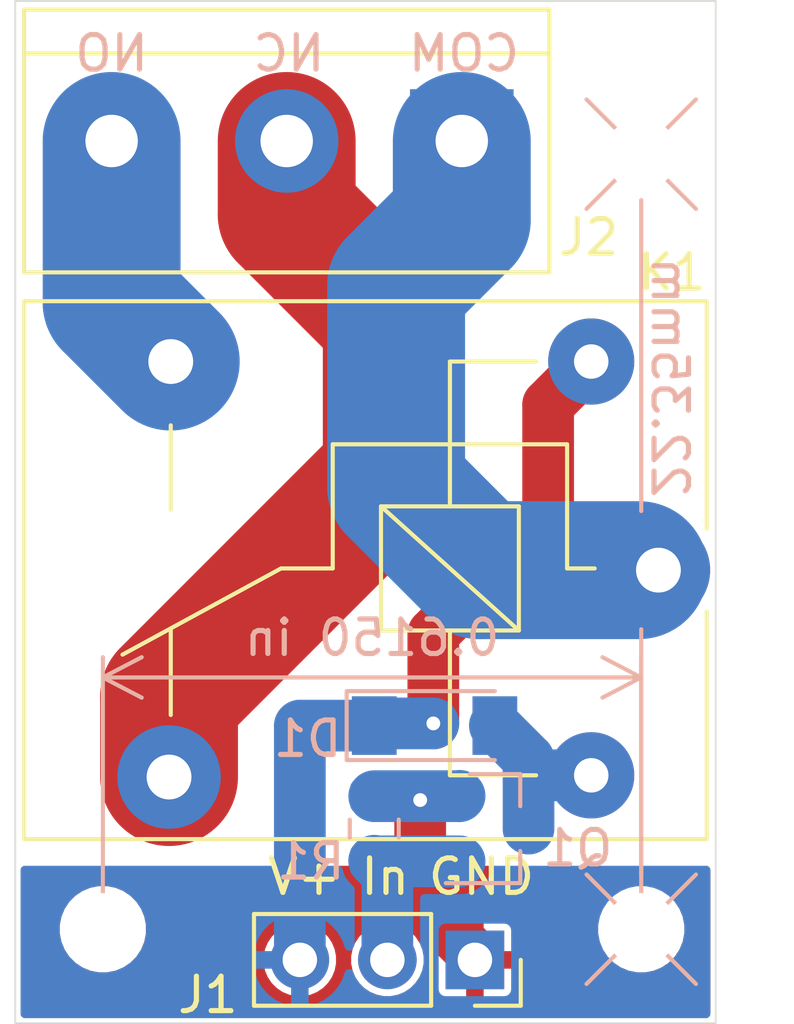
<source format=kicad_pcb>
(kicad_pcb (version 20171130) (host pcbnew 5.1.5-52549c5~86~ubuntu19.10.1)

  (general
    (thickness 1.6)
    (drawings 22)
    (tracks 37)
    (zones 0)
    (modules 9)
    (nets 8)
  )

  (page A4)
  (layers
    (0 F.Cu signal hide)
    (31 B.Cu signal)
    (32 B.Adhes user hide)
    (33 F.Adhes user hide)
    (34 B.Paste user hide)
    (35 F.Paste user)
    (36 B.SilkS user)
    (37 F.SilkS user hide)
    (38 B.Mask user hide)
    (39 F.Mask user)
    (40 Dwgs.User user hide)
    (41 Cmts.User user hide)
    (42 Eco1.User user hide)
    (43 Eco2.User user hide)
    (44 Edge.Cuts user)
    (45 Margin user hide)
    (46 B.CrtYd user hide)
    (47 F.CrtYd user)
    (48 B.Fab user hide)
    (49 F.Fab user hide)
  )

  (setup
    (last_trace_width 1.5)
    (user_trace_width 0.5)
    (user_trace_width 1)
    (user_trace_width 1.5)
    (user_trace_width 2)
    (user_trace_width 2.5)
    (user_trace_width 3)
    (user_trace_width 4)
    (user_trace_width 5)
    (trace_clearance 0.2)
    (zone_clearance 0.127)
    (zone_45_only no)
    (trace_min 0.2)
    (via_size 0.8)
    (via_drill 0.4)
    (via_min_size 0.4)
    (via_min_drill 0.3)
    (uvia_size 0.3)
    (uvia_drill 0.1)
    (uvias_allowed no)
    (uvia_min_size 0.2)
    (uvia_min_drill 0.1)
    (edge_width 0.05)
    (segment_width 0.2)
    (pcb_text_width 0.3)
    (pcb_text_size 1.5 1.5)
    (mod_edge_width 0.12)
    (mod_text_size 1 1)
    (mod_text_width 0.15)
    (pad_size 1.524 1.524)
    (pad_drill 0.762)
    (pad_to_mask_clearance 0.051)
    (solder_mask_min_width 0.25)
    (aux_axis_origin 0 0)
    (visible_elements FFFFFF7F)
    (pcbplotparams
      (layerselection 0x010fc_ffffffff)
      (usegerberextensions false)
      (usegerberattributes false)
      (usegerberadvancedattributes false)
      (creategerberjobfile false)
      (excludeedgelayer true)
      (linewidth 0.100000)
      (plotframeref false)
      (viasonmask false)
      (mode 1)
      (useauxorigin false)
      (hpglpennumber 1)
      (hpglpenspeed 20)
      (hpglpendiameter 15.000000)
      (psnegative false)
      (psa4output false)
      (plotreference true)
      (plotvalue true)
      (plotinvisibletext false)
      (padsonsilk false)
      (subtractmaskfromsilk false)
      (outputformat 1)
      (mirror false)
      (drillshape 0)
      (scaleselection 1)
      (outputdirectory "/home/bruce/Documents/stack/projecten/Universal-Relay-Board/Universal-Relay-Board/gerber/single/"))
  )

  (net 0 "")
  (net 1 VDD)
  (net 2 GND)
  (net 3 "Net-(J1-Pad2)")
  (net 4 /CH1/Relay_Magnet_B)
  (net 5 /CH1/COM)
  (net 6 /CH1/NO)
  (net 7 /CH1/NC)

  (net_class Default "This is the default net class."
    (clearance 0.2)
    (trace_width 0.25)
    (via_dia 0.8)
    (via_drill 0.4)
    (uvia_dia 0.3)
    (uvia_drill 0.1)
    (add_net /CH1/COM)
    (add_net /CH1/NC)
    (add_net /CH1/NO)
    (add_net /CH1/Relay_Magnet_B)
    (add_net GND)
    (add_net "Net-(J1-Pad2)")
    (add_net VDD)
  )

  (module Resistor_SMD:R_0805_2012Metric (layer B.Cu) (tedit 5B36C52B) (tstamp 5E8F113A)
    (at 74.4855 89.916 90)
    (descr "Resistor SMD 0805 (2012 Metric), square (rectangular) end terminal, IPC_7351 nominal, (Body size source: https://docs.google.com/spreadsheets/d/1BsfQQcO9C6DZCsRaXUlFlo91Tg2WpOkGARC1WS5S8t0/edit?usp=sharing), generated with kicad-footprint-generator")
    (tags resistor)
    (path /5E8FEA39/5E94835D)
    (attr smd)
    (fp_text reference R1 (at -0.9525 -1.8415) (layer B.SilkS)
      (effects (font (size 1 1) (thickness 0.15)) (justify mirror))
    )
    (fp_text value 10K (at 0 -1.65 -90) (layer B.Fab)
      (effects (font (size 1 1) (thickness 0.15)) (justify mirror))
    )
    (fp_text user %R (at 0 0 -90) (layer B.Fab)
      (effects (font (size 0.5 0.5) (thickness 0.08)) (justify mirror))
    )
    (fp_line (start 1.68 -0.95) (end -1.68 -0.95) (layer B.CrtYd) (width 0.05))
    (fp_line (start 1.68 0.95) (end 1.68 -0.95) (layer B.CrtYd) (width 0.05))
    (fp_line (start -1.68 0.95) (end 1.68 0.95) (layer B.CrtYd) (width 0.05))
    (fp_line (start -1.68 -0.95) (end -1.68 0.95) (layer B.CrtYd) (width 0.05))
    (fp_line (start -0.258578 -0.71) (end 0.258578 -0.71) (layer B.SilkS) (width 0.12))
    (fp_line (start -0.258578 0.71) (end 0.258578 0.71) (layer B.SilkS) (width 0.12))
    (fp_line (start 1 -0.6) (end -1 -0.6) (layer B.Fab) (width 0.1))
    (fp_line (start 1 0.6) (end 1 -0.6) (layer B.Fab) (width 0.1))
    (fp_line (start -1 0.6) (end 1 0.6) (layer B.Fab) (width 0.1))
    (fp_line (start -1 -0.6) (end -1 0.6) (layer B.Fab) (width 0.1))
    (pad 2 smd roundrect (at 0.9375 0 90) (size 0.975 1.4) (layers B.Cu B.Paste B.Mask) (roundrect_rratio 0.25)
      (net 2 GND))
    (pad 1 smd roundrect (at -0.9375 0 90) (size 0.975 1.4) (layers B.Cu B.Paste B.Mask) (roundrect_rratio 0.25)
      (net 3 "Net-(J1-Pad2)"))
    (model ${KISYS3DMOD}/Resistor_SMD.3dshapes/R_0805_2012Metric.wrl
      (at (xyz 0 0 0))
      (scale (xyz 1 1 1))
      (rotate (xyz 0 0 0))
    )
  )

  (module MountingHole:MountingHole_2.1mm (layer F.Cu) (tedit 5B924765) (tstamp 5E8E50D1)
    (at 66.6115 92.837)
    (descr "Mounting Hole 2.1mm, no annular")
    (tags "mounting hole 2.1mm no annular")
    (path /5E8FEA39/5E8FFE91)
    (attr virtual)
    (fp_text reference H1 (at 0 -3.2) (layer F.SilkS) hide
      (effects (font (size 1 1) (thickness 0.15)))
    )
    (fp_text value MountingHole (at 0 3.2) (layer F.Fab)
      (effects (font (size 1 1) (thickness 0.15)))
    )
    (fp_text user %R (at 0.127 0.254) (layer F.Fab)
      (effects (font (size 1 1) (thickness 0.15)))
    )
    (fp_circle (center 0 0) (end 2.1 0) (layer Cmts.User) (width 0.15))
    (fp_circle (center 0 0) (end 2.35 0) (layer F.CrtYd) (width 0.05))
    (pad "" np_thru_hole circle (at 0 0) (size 2.1 2.1) (drill 2.1) (layers *.Cu *.Mask))
  )

  (module Universal-Relay-Board:Relay_SPDT_SANYOU_SRD_Series_Form_C (layer F.Cu) (tedit 5E8E05DD) (tstamp 5E8F1761)
    (at 82.7315 82.423 180)
    (descr "relay Sanyou SRD series Form C http://www.sanyourelay.ca/public/products/pdf/SRD.pdf")
    (tags "relay Sanyu SRD form C")
    (path /5E8FEA39/5E8FFE49)
    (fp_text reference K1 (at -0.39 8.636) (layer F.SilkS)
      (effects (font (size 1 1) (thickness 0.15)))
    )
    (fp_text value SRD-XXVDC-SL-C (at 8 -9.6) (layer F.Fab)
      (effects (font (size 1 1) (thickness 0.15)))
    )
    (fp_line (start 8.05 1.85) (end 4.05 1.85) (layer F.SilkS) (width 0.12))
    (fp_line (start 8.05 -1.75) (end 8.05 1.85) (layer F.SilkS) (width 0.12))
    (fp_line (start 4.05 -1.75) (end 8.05 -1.75) (layer F.SilkS) (width 0.12))
    (fp_line (start 4.05 1.85) (end 4.05 -1.75) (layer F.SilkS) (width 0.12))
    (fp_line (start 8.05 1.85) (end 4.05 -1.75) (layer F.SilkS) (width 0.12))
    (fp_line (start 6.05 1.85) (end 6.05 6.05) (layer F.SilkS) (width 0.12))
    (fp_line (start 6.05 -5.95) (end 6.05 -1.75) (layer F.SilkS) (width 0.12))
    (fp_line (start 2.65 0.05) (end 2.65 3.65) (layer F.SilkS) (width 0.12))
    (fp_line (start 9.45 0.05) (end 9.45 3.65) (layer F.SilkS) (width 0.12))
    (fp_line (start 9.45 3.65) (end 2.65 3.65) (layer F.SilkS) (width 0.12))
    (fp_line (start 10.95 0.05) (end 15.55 -2.45) (layer F.SilkS) (width 0.12))
    (fp_line (start 9.45 0.05) (end 10.95 0.05) (layer F.SilkS) (width 0.12))
    (fp_line (start 6.05 -5.95) (end 3.55 -5.95) (layer F.SilkS) (width 0.12))
    (fp_line (start 2.65 0.05) (end 1.85 0.05) (layer F.SilkS) (width 0.12))
    (fp_line (start 3.55 6.05) (end 6.05 6.05) (layer F.SilkS) (width 0.12))
    (fp_line (start 14.15 -4.2) (end 14.15 -1.7) (layer F.SilkS) (width 0.12))
    (fp_line (start 14.15 4.2) (end 14.15 1.75) (layer F.SilkS) (width 0.12))
    (fp_line (start -1.55 7.95) (end 18.55 7.95) (layer F.CrtYd) (width 0.05))
    (fp_line (start 18.55 -7.95) (end 18.55 7.95) (layer F.CrtYd) (width 0.05))
    (fp_line (start -1.55 7.95) (end -1.55 -7.95) (layer F.CrtYd) (width 0.05))
    (fp_line (start 18.55 -7.95) (end -1.55 -7.95) (layer F.CrtYd) (width 0.05))
    (fp_text user %R (at 7.1 0.025) (layer F.Fab)
      (effects (font (size 1 1) (thickness 0.15)))
    )
    (fp_line (start -1.3 7.7) (end -1.3 -7.7) (layer F.Fab) (width 0.12))
    (fp_line (start 18.3 7.7) (end -1.3 7.7) (layer F.Fab) (width 0.12))
    (fp_line (start 18.3 -7.7) (end 18.3 7.7) (layer F.Fab) (width 0.12))
    (fp_line (start -1.3 -7.7) (end 18.3 -7.7) (layer F.Fab) (width 0.12))
    (fp_text user 1 (at 0 -2.3) (layer F.Fab)
      (effects (font (size 1 1) (thickness 0.15)))
    )
    (fp_line (start 18.4 7.8) (end -1.4 7.8) (layer F.SilkS) (width 0.12))
    (fp_line (start 18.4 -7.8) (end 18.4 7.8) (layer F.SilkS) (width 0.12))
    (fp_line (start -1.4 -7.8) (end 18.4 -7.8) (layer F.SilkS) (width 0.12))
    (fp_line (start -1.4 -7.8) (end -1.4 -1.2) (layer F.SilkS) (width 0.12))
    (fp_line (start -1.4 1.2) (end -1.4 7.8) (layer F.SilkS) (width 0.12))
    (pad 1 thru_hole circle (at 0 0 270) (size 3 3) (drill 1.3) (layers *.Cu *.Mask)
      (net 5 /CH1/COM))
    (pad 5 thru_hole circle (at 1.95 -5.95 270) (size 2.5 2.5) (drill 1) (layers *.Cu *.Mask)
      (net 4 /CH1/Relay_Magnet_B))
    (pad 4 thru_hole circle (at 14.2 -6 270) (size 3 3) (drill 1.3) (layers *.Cu *.Mask)
      (net 7 /CH1/NC))
    (pad 3 thru_hole circle (at 14.15 6.05 270) (size 3 3) (drill 1.3) (layers *.Cu *.Mask)
      (net 6 /CH1/NO))
    (pad 2 thru_hole circle (at 1.95 6.05 270) (size 2.5 2.5) (drill 1) (layers *.Cu *.Mask)
      (net 1 VDD))
    (model ${KISYS3DMOD}/Relay_THT.3dshapes/Relay_SPDT_SANYOU_SRD_Series_Form_C.wrl
      (at (xyz 0 0 0))
      (scale (xyz 1 1 1))
      (rotate (xyz 0 0 0))
    )
    (model "${KIPRJMOD}/3D models/User Library-relay_songle.STEP"
      (offset (xyz 9.5 0 -20))
      (scale (xyz 1 1 1))
      (rotate (xyz 0 0 0))
    )
  )

  (module MountingHole:MountingHole_2.1mm (layer F.Cu) (tedit 5B924765) (tstamp 5E8E63BE)
    (at 82.2325 70.358)
    (descr "Mounting Hole 2.1mm, no annular")
    (tags "mounting hole 2.1mm no annular")
    (path /5E8FEA39/5E8FFE9D)
    (attr virtual)
    (fp_text reference H2 (at 0 -3.2) (layer F.SilkS) hide
      (effects (font (size 1 1) (thickness 0.15)))
    )
    (fp_text value MountingHole (at 0 3.2) (layer F.Fab)
      (effects (font (size 1 1) (thickness 0.15)))
    )
    (fp_circle (center 0 0) (end 2.35 0) (layer F.CrtYd) (width 0.05))
    (fp_circle (center 0 0) (end 2.1 0) (layer Cmts.User) (width 0.15))
    (fp_text user %R (at 0.3 0) (layer F.Fab)
      (effects (font (size 1 1) (thickness 0.15)))
    )
    (pad "" np_thru_hole circle (at 0 0) (size 2.1 2.1) (drill 2.1) (layers *.Cu *.Mask))
  )

  (module Diode_SMD:D_MiniMELF (layer B.Cu) (tedit 5905D8F5) (tstamp 5E8E50C9)
    (at 76.2355 86.9315)
    (descr "Diode Mini-MELF")
    (tags "Diode Mini-MELF")
    (path /5E8FEA39/5E8FFE4F)
    (attr smd)
    (fp_text reference D1 (at -3.683 0.381) (layer B.SilkS)
      (effects (font (size 1 1) (thickness 0.15)) (justify mirror))
    )
    (fp_text value D_ALT (at 0 -1.75) (layer B.Fab)
      (effects (font (size 1 1) (thickness 0.15)) (justify mirror))
    )
    (fp_text user %R (at 0 2) (layer B.Fab)
      (effects (font (size 1 1) (thickness 0.15)) (justify mirror))
    )
    (fp_line (start 1.75 1) (end -2.55 1) (layer B.SilkS) (width 0.12))
    (fp_line (start -2.55 1) (end -2.55 -1) (layer B.SilkS) (width 0.12))
    (fp_line (start -2.55 -1) (end 1.75 -1) (layer B.SilkS) (width 0.12))
    (fp_line (start 1.65 0.8) (end 1.65 -0.8) (layer B.Fab) (width 0.1))
    (fp_line (start 1.65 -0.8) (end -1.65 -0.8) (layer B.Fab) (width 0.1))
    (fp_line (start -1.65 -0.8) (end -1.65 0.8) (layer B.Fab) (width 0.1))
    (fp_line (start -1.65 0.8) (end 1.65 0.8) (layer B.Fab) (width 0.1))
    (fp_line (start 0.25 0) (end 0.75 0) (layer B.Fab) (width 0.1))
    (fp_line (start 0.25 -0.4) (end -0.35 0) (layer B.Fab) (width 0.1))
    (fp_line (start 0.25 0.4) (end 0.25 -0.4) (layer B.Fab) (width 0.1))
    (fp_line (start -0.35 0) (end 0.25 0.4) (layer B.Fab) (width 0.1))
    (fp_line (start -0.35 0) (end -0.35 -0.55) (layer B.Fab) (width 0.1))
    (fp_line (start -0.35 0) (end -0.35 0.55) (layer B.Fab) (width 0.1))
    (fp_line (start -0.75 0) (end -0.35 0) (layer B.Fab) (width 0.1))
    (fp_line (start -2.65 1.1) (end 2.65 1.1) (layer B.CrtYd) (width 0.05))
    (fp_line (start 2.65 1.1) (end 2.65 -1.1) (layer B.CrtYd) (width 0.05))
    (fp_line (start 2.65 -1.1) (end -2.65 -1.1) (layer B.CrtYd) (width 0.05))
    (fp_line (start -2.65 -1.1) (end -2.65 1.1) (layer B.CrtYd) (width 0.05))
    (pad 1 smd rect (at -1.75 0) (size 1.3 1.7) (layers B.Cu B.Paste B.Mask)
      (net 1 VDD))
    (pad 2 smd rect (at 1.75 0) (size 1.3 1.7) (layers B.Cu B.Paste B.Mask)
      (net 4 /CH1/Relay_Magnet_B))
    (model ${KISYS3DMOD}/Diode_SMD.3dshapes/D_MiniMELF.wrl
      (at (xyz 0 0 0))
      (scale (xyz 1 1 1))
      (rotate (xyz 0 0 0))
    )
  )

  (module MountingHole:MountingHole_2.1mm (layer F.Cu) (tedit 5B924765) (tstamp 5E8E5F27)
    (at 82.2325 92.837)
    (descr "Mounting Hole 2.1mm, no annular")
    (tags "mounting hole 2.1mm no annular")
    (path /5E8FEA39/5E8FFEA3)
    (attr virtual)
    (fp_text reference H3 (at 0 -3.2) (layer F.SilkS) hide
      (effects (font (size 1 1) (thickness 0.15)))
    )
    (fp_text value MountingHole (at 0 3.2) (layer F.Fab)
      (effects (font (size 1 1) (thickness 0.15)))
    )
    (fp_circle (center 0 0) (end 2.35 0) (layer F.CrtYd) (width 0.05))
    (fp_circle (center 0 0) (end 2.1 0) (layer Cmts.User) (width 0.15))
    (fp_text user %R (at 0.254 0) (layer F.Fab)
      (effects (font (size 1 1) (thickness 0.15)))
    )
    (pad "" np_thru_hole circle (at 0 0) (size 2.1 2.1) (drill 2.1) (layers *.Cu *.Mask))
  )

  (module Connector_PinSocket_2.54mm:PinSocket_1x03_P2.54mm_Vertical (layer F.Cu) (tedit 5A19A429) (tstamp 5E8E57F5)
    (at 77.4065 93.726 270)
    (descr "Through hole straight socket strip, 1x03, 2.54mm pitch, single row (from Kicad 4.0.7), script generated")
    (tags "Through hole socket strip THT 1x03 2.54mm single row")
    (path /5E8FEA39/5E8FFE61)
    (fp_text reference J1 (at 1.016 7.747 180) (layer F.SilkS)
      (effects (font (size 1 1) (thickness 0.15)))
    )
    (fp_text value Conn_01x03_Male (at 0 7.85 90) (layer F.Fab)
      (effects (font (size 1 1) (thickness 0.15)))
    )
    (fp_text user %R (at 0 2.54) (layer F.Fab)
      (effects (font (size 1 1) (thickness 0.15)))
    )
    (fp_line (start -1.8 6.85) (end -1.8 -1.8) (layer F.CrtYd) (width 0.05))
    (fp_line (start 1.75 6.85) (end -1.8 6.85) (layer F.CrtYd) (width 0.05))
    (fp_line (start 1.75 -1.8) (end 1.75 6.85) (layer F.CrtYd) (width 0.05))
    (fp_line (start -1.8 -1.8) (end 1.75 -1.8) (layer F.CrtYd) (width 0.05))
    (fp_line (start 0 -1.33) (end 1.33 -1.33) (layer F.SilkS) (width 0.12))
    (fp_line (start 1.33 -1.33) (end 1.33 0) (layer F.SilkS) (width 0.12))
    (fp_line (start 1.33 1.27) (end 1.33 6.41) (layer F.SilkS) (width 0.12))
    (fp_line (start -1.33 6.41) (end 1.33 6.41) (layer F.SilkS) (width 0.12))
    (fp_line (start -1.33 1.27) (end -1.33 6.41) (layer F.SilkS) (width 0.12))
    (fp_line (start -1.33 1.27) (end 1.33 1.27) (layer F.SilkS) (width 0.12))
    (fp_line (start -1.27 6.35) (end -1.27 -1.27) (layer F.Fab) (width 0.1))
    (fp_line (start 1.27 6.35) (end -1.27 6.35) (layer F.Fab) (width 0.1))
    (fp_line (start 1.27 -0.635) (end 1.27 6.35) (layer F.Fab) (width 0.1))
    (fp_line (start 0.635 -1.27) (end 1.27 -0.635) (layer F.Fab) (width 0.1))
    (fp_line (start -1.27 -1.27) (end 0.635 -1.27) (layer F.Fab) (width 0.1))
    (pad 3 thru_hole oval (at 0 5.08 270) (size 1.7 1.7) (drill 1) (layers *.Cu *.Mask)
      (net 1 VDD))
    (pad 2 thru_hole oval (at 0 2.54 270) (size 1.7 1.7) (drill 1) (layers *.Cu *.Mask)
      (net 3 "Net-(J1-Pad2)"))
    (pad 1 thru_hole rect (at 0 0 270) (size 1.7 1.7) (drill 1) (layers *.Cu *.Mask)
      (net 2 GND))
    (model ${KISYS3DMOD}/Connector_PinSocket_2.54mm.3dshapes/PinSocket_1x03_P2.54mm_Vertical.wrl
      (at (xyz 0 0 0))
      (scale (xyz 1 1 1))
      (rotate (xyz 0 0 0))
    )
  )

  (module TerminalBlock:TerminalBlock_bornier-3_P5.08mm (layer F.Cu) (tedit 59FF03B9) (tstamp 5E8E5116)
    (at 77.0255 69.977 180)
    (descr "simple 3-pin terminal block, pitch 5.08mm, revamped version of bornier3")
    (tags "terminal block bornier3")
    (path /5E8FEA39/5E8FFE5B)
    (fp_text reference J2 (at -3.683 -2.794 180) (layer F.SilkS)
      (effects (font (size 1 1) (thickness 0.15)))
    )
    (fp_text value Screw_Terminal_01x03 (at 5.08 5.08) (layer F.Fab)
      (effects (font (size 1 1) (thickness 0.15)))
    )
    (fp_text user %R (at 5.08 0) (layer F.Fab)
      (effects (font (size 1 1) (thickness 0.15)))
    )
    (fp_line (start -2.47 2.55) (end 12.63 2.55) (layer F.Fab) (width 0.1))
    (fp_line (start -2.47 -3.75) (end 12.63 -3.75) (layer F.Fab) (width 0.1))
    (fp_line (start 12.63 -3.75) (end 12.63 3.75) (layer F.Fab) (width 0.1))
    (fp_line (start 12.63 3.75) (end -2.47 3.75) (layer F.Fab) (width 0.1))
    (fp_line (start -2.47 3.75) (end -2.47 -3.75) (layer F.Fab) (width 0.1))
    (fp_line (start -2.54 3.81) (end -2.54 -3.81) (layer F.SilkS) (width 0.12))
    (fp_line (start 12.7 3.81) (end 12.7 -3.81) (layer F.SilkS) (width 0.12))
    (fp_line (start -2.54 2.54) (end 12.7 2.54) (layer F.SilkS) (width 0.12))
    (fp_line (start -2.54 -3.81) (end 12.7 -3.81) (layer F.SilkS) (width 0.12))
    (fp_line (start -2.54 3.81) (end 12.7 3.81) (layer F.SilkS) (width 0.12))
    (fp_line (start -2.72 -4) (end 12.88 -4) (layer F.CrtYd) (width 0.05))
    (fp_line (start -2.72 -4) (end -2.72 4) (layer F.CrtYd) (width 0.05))
    (fp_line (start 12.88 4) (end 12.88 -4) (layer F.CrtYd) (width 0.05))
    (fp_line (start 12.88 4) (end -2.72 4) (layer F.CrtYd) (width 0.05))
    (pad 1 thru_hole rect (at 0 0 180) (size 3 3) (drill 1.52) (layers *.Cu *.Mask)
      (net 5 /CH1/COM))
    (pad 2 thru_hole circle (at 5.08 0 180) (size 3 3) (drill 1.52) (layers *.Cu *.Mask)
      (net 7 /CH1/NC))
    (pad 3 thru_hole circle (at 10.16 0 180) (size 3 3) (drill 1.52) (layers *.Cu *.Mask)
      (net 6 /CH1/NO))
    (model ${KISYS3DMOD}/TerminalBlock.3dshapes/TerminalBlock_bornier-3_P5.08mm.wrl
      (offset (xyz 5.079999923706055 0 0))
      (scale (xyz 1 1 1))
      (rotate (xyz 0 0 0))
    )
  )

  (module Package_TO_SOT_SMD:SOT-23 (layer B.Cu) (tedit 5A02FF57) (tstamp 5E8F1511)
    (at 77.962 89.9185)
    (descr "SOT-23, Standard")
    (tags SOT-23)
    (path /5E8FEA39/5E8FFE55)
    (attr smd)
    (fp_text reference Q1 (at 2.429 0.569) (layer B.SilkS)
      (effects (font (size 1 1) (thickness 0.15)) (justify mirror))
    )
    (fp_text value 2N7002 (at 0 -2.5 180) (layer B.Fab)
      (effects (font (size 1 1) (thickness 0.15)) (justify mirror))
    )
    (fp_text user %R (at 0 0 90) (layer B.Fab)
      (effects (font (size 0.5 0.5) (thickness 0.075)) (justify mirror))
    )
    (fp_line (start -0.7 0.95) (end -0.7 -1.5) (layer B.Fab) (width 0.1))
    (fp_line (start -0.15 1.52) (end 0.7 1.52) (layer B.Fab) (width 0.1))
    (fp_line (start -0.7 0.95) (end -0.15 1.52) (layer B.Fab) (width 0.1))
    (fp_line (start 0.7 1.52) (end 0.7 -1.52) (layer B.Fab) (width 0.1))
    (fp_line (start -0.7 -1.52) (end 0.7 -1.52) (layer B.Fab) (width 0.1))
    (fp_line (start 0.76 -1.58) (end 0.76 -0.65) (layer B.SilkS) (width 0.12))
    (fp_line (start 0.76 1.58) (end 0.76 0.65) (layer B.SilkS) (width 0.12))
    (fp_line (start -1.7 1.75) (end 1.7 1.75) (layer B.CrtYd) (width 0.05))
    (fp_line (start 1.7 1.75) (end 1.7 -1.75) (layer B.CrtYd) (width 0.05))
    (fp_line (start 1.7 -1.75) (end -1.7 -1.75) (layer B.CrtYd) (width 0.05))
    (fp_line (start -1.7 -1.75) (end -1.7 1.75) (layer B.CrtYd) (width 0.05))
    (fp_line (start 0.76 1.58) (end -1.4 1.58) (layer B.SilkS) (width 0.12))
    (fp_line (start 0.76 -1.58) (end -0.7 -1.58) (layer B.SilkS) (width 0.12))
    (pad 1 smd rect (at -1 0.95) (size 0.9 0.8) (layers B.Cu B.Paste B.Mask)
      (net 3 "Net-(J1-Pad2)"))
    (pad 2 smd rect (at -1 -0.95) (size 0.9 0.8) (layers B.Cu B.Paste B.Mask)
      (net 2 GND))
    (pad 3 smd rect (at 1 0) (size 0.9 0.8) (layers B.Cu B.Paste B.Mask)
      (net 4 /CH1/Relay_Magnet_B))
    (model ${KISYS3DMOD}/Package_TO_SOT_SMD.3dshapes/SOT-23.wrl
      (at (xyz 0 0 0))
      (scale (xyz 1 1 1))
      (rotate (xyz 0 0 0))
    )
  )

  (gr_line (start 82.2325 70.358) (end 80.645 71.9455) (layer B.SilkS) (width 0.12) (tstamp 5E8F192F))
  (gr_line (start 82.2325 70.358) (end 83.82 68.7705) (layer B.SilkS) (width 0.12) (tstamp 5E8F192E))
  (gr_line (start 82.2325 70.358) (end 83.82 71.9455) (layer B.SilkS) (width 0.12) (tstamp 5E8F192D))
  (gr_line (start 82.2325 70.358) (end 80.645 68.7705) (layer B.SilkS) (width 0.12) (tstamp 5E8F192C))
  (gr_line (start 82.2325 92.837) (end 83.82 94.4245) (layer B.SilkS) (width 0.12) (tstamp 5E8F18EA))
  (gr_line (start 82.2325 92.837) (end 80.645 94.4245) (layer B.SilkS) (width 0.12) (tstamp 5E8F18EA))
  (gr_line (start 82.2325 92.837) (end 80.645 91.2495) (layer B.SilkS) (width 0.12) (tstamp 5E8F18EA))
  (gr_line (start 82.2325 92.837) (end 83.82 91.2495) (layer B.SilkS) (width 0.12))
  (gr_line (start 82.2325 80.7085) (end 82.2325 71.6915) (layer B.SilkS) (width 0.12))
  (gr_line (start 82.2325 91.313) (end 82.2325 84.1375) (layer B.SilkS) (width 0.12))
  (gr_text 22.35mm (at 83.058 76.835 270) (layer B.SilkS)
    (effects (font (size 1 1) (thickness 0.15)) (justify mirror))
  )
  (dimension 15.621 (width 0.12) (layer B.SilkS)
    (gr_text "15.621 mm" (at 74.422 84.2645) (layer B.SilkS)
      (effects (font (size 1 1) (thickness 0.15)) (justify mirror))
    )
    (feature1 (pts (xy 66.6115 92.837) (xy 66.6115 84.948079)))
    (feature2 (pts (xy 82.2325 92.837) (xy 82.2325 84.948079)))
    (crossbar (pts (xy 82.2325 85.5345) (xy 66.6115 85.5345)))
    (arrow1a (pts (xy 66.6115 85.5345) (xy 67.738004 84.948079)))
    (arrow1b (pts (xy 66.6115 85.5345) (xy 67.738004 86.120921)))
    (arrow2a (pts (xy 82.2325 85.5345) (xy 81.105996 84.948079)))
    (arrow2b (pts (xy 82.2325 85.5345) (xy 81.105996 86.120921)))
  )
  (gr_text NO (at 66.8655 67.437) (layer B.SilkS)
    (effects (font (size 1 1) (thickness 0.15)) (justify mirror))
  )
  (gr_text NC (at 72.009 67.437) (layer B.SilkS)
    (effects (font (size 1 1) (thickness 0.15)) (justify mirror))
  )
  (gr_text COM (at 77.089 67.437) (layer B.SilkS)
    (effects (font (size 1 1) (thickness 0.15)) (justify mirror))
  )
  (gr_line (start 64.0715 65.913) (end 64.0715 95.5675) (layer Edge.Cuts) (width 0.05) (tstamp 5E8EF77F))
  (gr_text GND (at 77.597 91.313) (layer F.SilkS)
    (effects (font (size 1 1) (thickness 0.15)))
  )
  (gr_text In (at 74.803 91.313) (layer F.SilkS)
    (effects (font (size 1 1) (thickness 0.15)))
  )
  (gr_text "V+\n" (at 72.4535 91.313) (layer F.SilkS)
    (effects (font (size 1 1) (thickness 0.15)))
  )
  (gr_line (start 84.3915 65.913) (end 84.3915 95.5675) (layer Edge.Cuts) (width 0.05) (tstamp 5E8E96B7))
  (gr_line (start 84.3915 95.5675) (end 64.0715 95.5675) (layer Edge.Cuts) (width 0.05) (tstamp 5E8E5EEF))
  (gr_line (start 64.0715 65.913) (end 84.3915 65.913) (layer Edge.Cuts) (width 0.05))

  (segment (start 72.3355 86.9315) (end 74.4855 86.9315) (width 1.5) (layer B.Cu) (net 1))
  (segment (start 72.3265 86.9405) (end 72.3355 86.9315) (width 1.5) (layer B.Cu) (net 1))
  (segment (start 72.3265 93.726) (end 72.3265 86.9405) (width 1.5) (layer B.Cu) (net 1))
  (segment (start 79.531501 77.622999) (end 79.531501 80.932999) (width 1.5) (layer F.Cu) (net 1))
  (segment (start 80.7815 76.373) (end 79.531501 77.622999) (width 1.5) (layer F.Cu) (net 1))
  (segment (start 79.531501 80.932999) (end 76.2 84.2645) (width 1.5) (layer F.Cu) (net 1))
  (segment (start 76.2 84.2645) (end 76.2 86.868) (width 1.5) (layer F.Cu) (net 1))
  (via (at 76.2 86.868) (size 0.8) (drill 0.4) (layers F.Cu B.Cu) (net 1))
  (segment (start 74.549 86.868) (end 74.4855 86.9315) (width 1.5) (layer B.Cu) (net 1))
  (segment (start 76.2 86.868) (end 74.549 86.868) (width 1.5) (layer B.Cu) (net 1))
  (segment (start 76.952 88.9785) (end 76.962 88.9685) (width 1.5) (layer B.Cu) (net 2))
  (segment (start 74.4855 88.9785) (end 76.952 88.9785) (width 1.5) (layer B.Cu) (net 2))
  (segment (start 77.4065 93.601998) (end 75.819 92.014498) (width 1.5) (layer F.Cu) (net 2))
  (segment (start 77.4065 93.726) (end 77.4065 93.601998) (width 1.5) (layer F.Cu) (net 2))
  (segment (start 75.819 92.014498) (end 75.819 89.0905) (width 1.5) (layer F.Cu) (net 2))
  (via (at 75.819 89.0905) (size 0.8) (drill 0.4) (layers F.Cu B.Cu) (net 2))
  (segment (start 74.5005 90.8685) (end 74.4855 90.8535) (width 1.5) (layer B.Cu) (net 3))
  (segment (start 76.962 90.8685) (end 74.5005 90.8685) (width 1.5) (layer B.Cu) (net 3))
  (segment (start 74.8665 91.2345) (end 74.4855 90.8535) (width 1.5) (layer B.Cu) (net 3))
  (segment (start 74.8665 93.726) (end 74.8665 91.2345) (width 1.5) (layer B.Cu) (net 3))
  (segment (start 78.962 87.908) (end 77.9855 86.9315) (width 1.5) (layer B.Cu) (net 4))
  (segment (start 78.962 89.9185) (end 78.962 87.908) (width 1.5) (layer B.Cu) (net 4))
  (segment (start 79.013734 88.373) (end 78.962 88.321266) (width 1.5) (layer B.Cu) (net 4))
  (segment (start 78.962 88.321266) (end 78.962 87.908) (width 1.5) (layer B.Cu) (net 4))
  (segment (start 80.7815 88.373) (end 79.013734 88.373) (width 1.5) (layer B.Cu) (net 4))
  (segment (start 77.0255 69.977) (end 77.0255 72.263) (width 4) (layer B.Cu) (net 5) (status 10))
  (segment (start 77.0255 72.263) (end 75.1205 74.168) (width 4) (layer B.Cu) (net 5))
  (segment (start 75.1205 74.168) (end 75.1205 80.01) (width 4) (layer B.Cu) (net 5))
  (segment (start 77.5335 82.423) (end 82.16649 82.423) (width 4) (layer B.Cu) (net 5) (status 20))
  (segment (start 75.1205 80.01) (end 77.5335 82.423) (width 4) (layer B.Cu) (net 5))
  (segment (start 66.8655 74.657) (end 68.5815 76.373) (width 4) (layer B.Cu) (net 6) (status 20))
  (segment (start 66.8655 69.977) (end 66.8655 74.657) (width 4) (layer B.Cu) (net 6) (status 10))
  (segment (start 68.5315 86.091) (end 68.5315 88.423) (width 4) (layer F.Cu) (net 7) (status 20))
  (segment (start 74.9935 79.629) (end 68.5315 86.091) (width 4) (layer F.Cu) (net 7))
  (segment (start 74.9935 75.14632) (end 74.9935 79.629) (width 4) (layer F.Cu) (net 7))
  (segment (start 71.9455 69.977) (end 71.9455 72.09832) (width 4) (layer F.Cu) (net 7) (status 10))
  (segment (start 71.9455 72.09832) (end 74.9935 75.14632) (width 4) (layer F.Cu) (net 7))

  (zone (net 2) (net_name GND) (layer F.Cu) (tstamp 0) (hatch edge 0.508)
    (connect_pads (clearance 0.127))
    (min_thickness 0.254)
    (fill yes (arc_segments 32) (thermal_gap 0.508) (thermal_bridge_width 0.508))
    (polygon
      (pts
        (xy 86.6775 95.5675) (xy 63.6905 95.5675) (xy 63.627 90.9955) (xy 86.614 90.9955)
      )
    )
    (filled_polygon
      (pts
        (xy 84.112501 95.2885) (xy 64.3505 95.2885) (xy 64.3505 92.701377) (xy 65.2345 92.701377) (xy 65.2345 92.972623)
        (xy 65.287417 93.238656) (xy 65.391218 93.489254) (xy 65.541914 93.714787) (xy 65.733713 93.906586) (xy 65.959246 94.057282)
        (xy 66.209844 94.161083) (xy 66.475877 94.214) (xy 66.747123 94.214) (xy 67.013156 94.161083) (xy 67.263754 94.057282)
        (xy 67.489287 93.906586) (xy 67.681086 93.714787) (xy 67.751051 93.610076) (xy 71.1495 93.610076) (xy 71.1495 93.841924)
        (xy 71.194731 94.069318) (xy 71.283456 94.283519) (xy 71.412264 94.476294) (xy 71.576206 94.640236) (xy 71.768981 94.769044)
        (xy 71.983182 94.857769) (xy 72.210576 94.903) (xy 72.442424 94.903) (xy 72.669818 94.857769) (xy 72.884019 94.769044)
        (xy 73.076794 94.640236) (xy 73.240736 94.476294) (xy 73.369544 94.283519) (xy 73.458269 94.069318) (xy 73.5035 93.841924)
        (xy 73.5035 93.610076) (xy 73.6895 93.610076) (xy 73.6895 93.841924) (xy 73.734731 94.069318) (xy 73.823456 94.283519)
        (xy 73.952264 94.476294) (xy 74.116206 94.640236) (xy 74.308981 94.769044) (xy 74.523182 94.857769) (xy 74.750576 94.903)
        (xy 74.982424 94.903) (xy 75.209818 94.857769) (xy 75.424019 94.769044) (xy 75.616794 94.640236) (xy 75.780736 94.476294)
        (xy 75.909544 94.283519) (xy 75.92016 94.25789) (xy 75.918428 94.576) (xy 75.930688 94.700482) (xy 75.966998 94.82018)
        (xy 76.025963 94.930494) (xy 76.105315 95.027185) (xy 76.202006 95.106537) (xy 76.31232 95.165502) (xy 76.432018 95.201812)
        (xy 76.5565 95.214072) (xy 77.12075 95.211) (xy 77.2795 95.05225) (xy 77.2795 93.853) (xy 77.5335 93.853)
        (xy 77.5335 95.05225) (xy 77.69225 95.211) (xy 78.2565 95.214072) (xy 78.380982 95.201812) (xy 78.50068 95.165502)
        (xy 78.610994 95.106537) (xy 78.707685 95.027185) (xy 78.787037 94.930494) (xy 78.846002 94.82018) (xy 78.882312 94.700482)
        (xy 78.894572 94.576) (xy 78.8915 94.01175) (xy 78.73275 93.853) (xy 77.5335 93.853) (xy 77.2795 93.853)
        (xy 77.2595 93.853) (xy 77.2595 93.599) (xy 77.2795 93.599) (xy 77.2795 92.39975) (xy 77.5335 92.39975)
        (xy 77.5335 93.599) (xy 78.73275 93.599) (xy 78.8915 93.44025) (xy 78.894572 92.876) (xy 78.882312 92.751518)
        (xy 78.867102 92.701377) (xy 80.8555 92.701377) (xy 80.8555 92.972623) (xy 80.908417 93.238656) (xy 81.012218 93.489254)
        (xy 81.162914 93.714787) (xy 81.354713 93.906586) (xy 81.580246 94.057282) (xy 81.830844 94.161083) (xy 82.096877 94.214)
        (xy 82.368123 94.214) (xy 82.634156 94.161083) (xy 82.884754 94.057282) (xy 83.110287 93.906586) (xy 83.302086 93.714787)
        (xy 83.452782 93.489254) (xy 83.556583 93.238656) (xy 83.6095 92.972623) (xy 83.6095 92.701377) (xy 83.556583 92.435344)
        (xy 83.452782 92.184746) (xy 83.302086 91.959213) (xy 83.110287 91.767414) (xy 82.884754 91.616718) (xy 82.634156 91.512917)
        (xy 82.368123 91.46) (xy 82.096877 91.46) (xy 81.830844 91.512917) (xy 81.580246 91.616718) (xy 81.354713 91.767414)
        (xy 81.162914 91.959213) (xy 81.012218 92.184746) (xy 80.908417 92.435344) (xy 80.8555 92.701377) (xy 78.867102 92.701377)
        (xy 78.846002 92.63182) (xy 78.787037 92.521506) (xy 78.707685 92.424815) (xy 78.610994 92.345463) (xy 78.50068 92.286498)
        (xy 78.380982 92.250188) (xy 78.2565 92.237928) (xy 77.69225 92.241) (xy 77.5335 92.39975) (xy 77.2795 92.39975)
        (xy 77.12075 92.241) (xy 76.5565 92.237928) (xy 76.432018 92.250188) (xy 76.31232 92.286498) (xy 76.202006 92.345463)
        (xy 76.105315 92.424815) (xy 76.025963 92.521506) (xy 75.966998 92.63182) (xy 75.930688 92.751518) (xy 75.918428 92.876)
        (xy 75.92016 93.19411) (xy 75.909544 93.168481) (xy 75.780736 92.975706) (xy 75.616794 92.811764) (xy 75.424019 92.682956)
        (xy 75.209818 92.594231) (xy 74.982424 92.549) (xy 74.750576 92.549) (xy 74.523182 92.594231) (xy 74.308981 92.682956)
        (xy 74.116206 92.811764) (xy 73.952264 92.975706) (xy 73.823456 93.168481) (xy 73.734731 93.382682) (xy 73.6895 93.610076)
        (xy 73.5035 93.610076) (xy 73.458269 93.382682) (xy 73.369544 93.168481) (xy 73.240736 92.975706) (xy 73.076794 92.811764)
        (xy 72.884019 92.682956) (xy 72.669818 92.594231) (xy 72.442424 92.549) (xy 72.210576 92.549) (xy 71.983182 92.594231)
        (xy 71.768981 92.682956) (xy 71.576206 92.811764) (xy 71.412264 92.975706) (xy 71.283456 93.168481) (xy 71.194731 93.382682)
        (xy 71.1495 93.610076) (xy 67.751051 93.610076) (xy 67.831782 93.489254) (xy 67.935583 93.238656) (xy 67.9885 92.972623)
        (xy 67.9885 92.701377) (xy 67.935583 92.435344) (xy 67.831782 92.184746) (xy 67.681086 91.959213) (xy 67.489287 91.767414)
        (xy 67.263754 91.616718) (xy 67.013156 91.512917) (xy 66.747123 91.46) (xy 66.475877 91.46) (xy 66.209844 91.512917)
        (xy 65.959246 91.616718) (xy 65.733713 91.767414) (xy 65.541914 91.959213) (xy 65.391218 92.184746) (xy 65.287417 92.435344)
        (xy 65.2345 92.701377) (xy 64.3505 92.701377) (xy 64.3505 91.1225) (xy 84.112501 91.1225)
      )
    )
  )
  (zone (net 1) (net_name VDD) (layer B.Cu) (tstamp 5E8EE8F8) (hatch edge 0.508)
    (connect_pads (clearance 0.127))
    (min_thickness 0.254)
    (fill yes (arc_segments 32) (thermal_gap 0.508) (thermal_bridge_width 0.508))
    (polygon
      (pts
        (xy 86.6775 95.5675) (xy 63.6905 95.5675) (xy 63.627 90.9955) (xy 86.614 90.9955)
      )
    )
    (filled_polygon
      (pts
        (xy 73.485668 91.267644) (xy 73.485818 91.267925) (xy 73.500484 91.316272) (xy 73.553373 91.415221) (xy 73.585425 91.454276)
        (xy 73.585675 91.454744) (xy 73.686534 91.577641) (xy 73.701527 91.592634) (xy 73.735261 91.633739) (xy 73.776366 91.667473)
        (xy 73.789501 91.680608) (xy 73.7895 93.250458) (xy 73.755236 93.333179) (xy 73.670657 93.094748) (xy 73.521678 92.844645)
        (xy 73.326769 92.628412) (xy 73.09342 92.454359) (xy 72.830599 92.329175) (xy 72.68339 92.284524) (xy 72.4535 92.405845)
        (xy 72.4535 93.599) (xy 72.4735 93.599) (xy 72.4735 93.853) (xy 72.4535 93.853) (xy 72.4535 95.046155)
        (xy 72.68339 95.167476) (xy 72.830599 95.122825) (xy 73.09342 94.997641) (xy 73.326769 94.823588) (xy 73.521678 94.607355)
        (xy 73.670657 94.357252) (xy 73.755236 94.118821) (xy 73.823456 94.283519) (xy 73.952264 94.476294) (xy 74.116206 94.640236)
        (xy 74.308981 94.769044) (xy 74.523182 94.857769) (xy 74.750576 94.903) (xy 74.982424 94.903) (xy 75.209818 94.857769)
        (xy 75.424019 94.769044) (xy 75.616794 94.640236) (xy 75.780736 94.476294) (xy 75.909544 94.283519) (xy 75.998269 94.069318)
        (xy 76.0435 93.841924) (xy 76.0435 93.610076) (xy 75.998269 93.382682) (xy 75.9435 93.250458) (xy 75.9435 92.876)
        (xy 76.227918 92.876) (xy 76.227918 94.576) (xy 76.234232 94.640103) (xy 76.25293 94.701743) (xy 76.283294 94.75855)
        (xy 76.324157 94.808343) (xy 76.37395 94.849206) (xy 76.430757 94.87957) (xy 76.492397 94.898268) (xy 76.5565 94.904582)
        (xy 78.2565 94.904582) (xy 78.320603 94.898268) (xy 78.382243 94.87957) (xy 78.43905 94.849206) (xy 78.488843 94.808343)
        (xy 78.529706 94.75855) (xy 78.56007 94.701743) (xy 78.578768 94.640103) (xy 78.585082 94.576) (xy 78.585082 92.876)
        (xy 78.578768 92.811897) (xy 78.56007 92.750257) (xy 78.533944 92.701377) (xy 80.8555 92.701377) (xy 80.8555 92.972623)
        (xy 80.908417 93.238656) (xy 81.012218 93.489254) (xy 81.162914 93.714787) (xy 81.354713 93.906586) (xy 81.580246 94.057282)
        (xy 81.830844 94.161083) (xy 82.096877 94.214) (xy 82.368123 94.214) (xy 82.634156 94.161083) (xy 82.884754 94.057282)
        (xy 83.110287 93.906586) (xy 83.302086 93.714787) (xy 83.452782 93.489254) (xy 83.556583 93.238656) (xy 83.6095 92.972623)
        (xy 83.6095 92.701377) (xy 83.556583 92.435344) (xy 83.452782 92.184746) (xy 83.302086 91.959213) (xy 83.110287 91.767414)
        (xy 82.884754 91.616718) (xy 82.634156 91.512917) (xy 82.368123 91.46) (xy 82.096877 91.46) (xy 81.830844 91.512917)
        (xy 81.580246 91.616718) (xy 81.354713 91.767414) (xy 81.162914 91.959213) (xy 81.012218 92.184746) (xy 80.908417 92.435344)
        (xy 80.8555 92.701377) (xy 78.533944 92.701377) (xy 78.529706 92.69345) (xy 78.488843 92.643657) (xy 78.43905 92.602794)
        (xy 78.382243 92.57243) (xy 78.320603 92.553732) (xy 78.2565 92.547418) (xy 76.5565 92.547418) (xy 76.492397 92.553732)
        (xy 76.430757 92.57243) (xy 76.37395 92.602794) (xy 76.324157 92.643657) (xy 76.283294 92.69345) (xy 76.25293 92.750257)
        (xy 76.234232 92.811897) (xy 76.227918 92.876) (xy 75.9435 92.876) (xy 75.9435 91.9455) (xy 77.014909 91.9455)
        (xy 77.173129 91.929917) (xy 77.376144 91.868333) (xy 77.563244 91.768326) (xy 77.727239 91.633739) (xy 77.861826 91.469744)
        (xy 77.961833 91.282644) (xy 78.010412 91.1225) (xy 84.112501 91.1225) (xy 84.112501 95.2885) (xy 64.3505 95.2885)
        (xy 64.3505 92.701377) (xy 65.2345 92.701377) (xy 65.2345 92.972623) (xy 65.287417 93.238656) (xy 65.391218 93.489254)
        (xy 65.541914 93.714787) (xy 65.733713 93.906586) (xy 65.959246 94.057282) (xy 66.209844 94.161083) (xy 66.475877 94.214)
        (xy 66.747123 94.214) (xy 67.013156 94.161083) (xy 67.201928 94.082891) (xy 70.885019 94.082891) (xy 70.982343 94.357252)
        (xy 71.131322 94.607355) (xy 71.326231 94.823588) (xy 71.55958 94.997641) (xy 71.822401 95.122825) (xy 71.96961 95.167476)
        (xy 72.1995 95.046155) (xy 72.1995 93.853) (xy 71.005686 93.853) (xy 70.885019 94.082891) (xy 67.201928 94.082891)
        (xy 67.263754 94.057282) (xy 67.489287 93.906586) (xy 67.681086 93.714787) (xy 67.831782 93.489254) (xy 67.881547 93.369109)
        (xy 70.885019 93.369109) (xy 71.005686 93.599) (xy 72.1995 93.599) (xy 72.1995 92.405845) (xy 71.96961 92.284524)
        (xy 71.822401 92.329175) (xy 71.55958 92.454359) (xy 71.326231 92.628412) (xy 71.131322 92.844645) (xy 70.982343 93.094748)
        (xy 70.885019 93.369109) (xy 67.881547 93.369109) (xy 67.935583 93.238656) (xy 67.9885 92.972623) (xy 67.9885 92.701377)
        (xy 67.935583 92.435344) (xy 67.831782 92.184746) (xy 67.681086 91.959213) (xy 67.489287 91.767414) (xy 67.263754 91.616718)
        (xy 67.013156 91.512917) (xy 66.747123 91.46) (xy 66.475877 91.46) (xy 66.209844 91.512917) (xy 65.959246 91.616718)
        (xy 65.733713 91.767414) (xy 65.541914 91.959213) (xy 65.391218 92.184746) (xy 65.287417 92.435344) (xy 65.2345 92.701377)
        (xy 64.3505 92.701377) (xy 64.3505 91.1225) (xy 73.441639 91.1225)
      )
    )
  )
)

</source>
